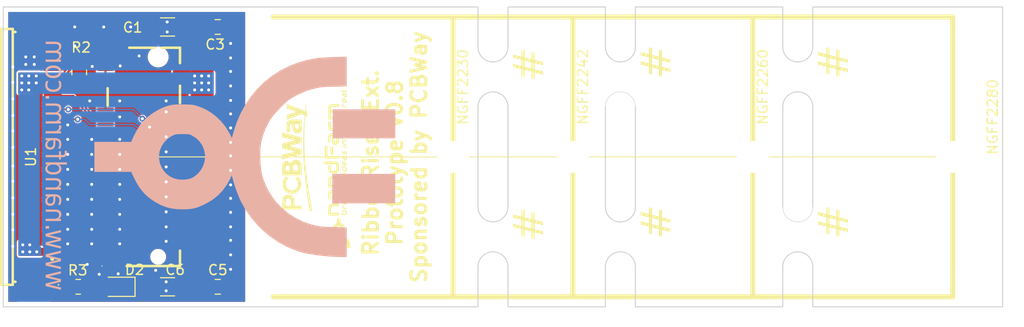
<source format=kicad_pcb>
(kicad_pcb (version 20240108) (generator "pcbnew") (generator_version "8.0")
  (layers (0 "F.Cu" jumper) (1 "In1.Cu" signal) (2 "In2.Cu" signal) (31 "B.Cu" signal) (34 "B.Paste" user) (35 "F.Paste" user) (36 "B.SilkS" user "B.Silkscreen") (37 "F.SilkS" user "F.Silkscreen") (38 "B.Mask" user) (39 "F.Mask" user) (44 "Edge.Cuts" user))
  (net 0 "")
  (net 1 "+3V3")
  (net 2 "GND")
  (net 3 "Net-(D2-A)")
  (net 4 "Net-(D2-K)")
  (net 5 "Net-(CON1-Pad69)")
  (net 7 "PCIe_PCH_CLKREQ#")
  (net 8 "PCIe_PCH_Tx3-")
  (net 9 "PCIe_PCH_Tx3+")
  (net 10 "PCIe_PCH_Tx2+")
  (net 12 "PCIe_PCH_Rx0+")
  (net 13 "PCIe_PCH_Rx1+")
  (net 15 "PCIe_PCH_Tx0-")
  (net 16 "PCIe_PCH_Rx3-")
  (net 19 "PCIe_PCH_REFCLK+")
  (net 20 "PCIe_PCH_Tx1+")
  (net 23 "PCIe_PCH_REFCLK-")
  (net 24 "PCIe_PCH_Tx0+")
  (net 27 "PCIe_PCH_Rx0-")
  (net 28 "PCIe_PCH_Rx1-")
  (net 29 "PCIe_PCH_Rx2+")
  (net 35 "PERST#")
  (net 36 "PCIe_PCH_Rx2-")
  (net 39 "PCIe_PCH_Rx3+")
  (net 41 "PCIe_PCH_Tx1-")
  (net 43 "PCIe_PCH_Tx2-")
  (footprint "MountingHole:MountingHole_3.2mm_M3" (layer "F.Cu") (at 178 73)
    (property "Reference" "H8" (hide yes))
    (property "Value" "MountingHole")
  )
  (footprint "Capacitor_SMD:C_0805_2012Metric_Pad1.18x1.45mm_HandSolder" (layer "F.Cu") (at 104.4625 60)
    (property "Reference" "C3")
    (property "Value" "100n")
  )
  (footprint "MountingHole:MountingHole_3.2mm_M3" (layer "F.Cu") (at 110.1 61)
    (property "Reference" "H2" (hide yes))
    (property "Value" "MountingHole")
  )
  (footprint "LED_SMD:LED_0805_2012Metric" (layer "F.Cu") (at 94.5 86 180)
    (property "Reference" "D2")
    (property "Value" "LED")
  )
  (footprint "Resistor_SMD:R_0805_2012Metric_Pad1.20x1.40mm_HandSolder" (layer "F.Cu") (at 90.6 64.55 -90)
    (property "Reference" "R2")
    (property "Value" "10k")
  )
  (footprint "panelization:mouse-bite-3mm-slot" (layer "F.Cu") (at 132 81 90)
    (property "Reference" "mouse-bite-3mm-slot" (hide yes))
    (property "Value" "VAL**" (hide yes))
  )
  (footprint "Capacitor_SMD:C_1206_3216Metric_Pad1.33x1.80mm_HandSolder" (layer "F.Cu") (at 99.4375 60 180)
    (property "Reference" "C1")
    (property "Value" "47u")
  )
  (footprint "MountingHole:MountingHole_3.2mm_M3" (layer "F.Cu") (at 110.1 85)
    (property "Reference" "H1" (hide yes))
    (property "Value" "MountingHole")
  )
  (footprint "panelization:mouse-bite-3mm-slot" (layer "F.Cu") (at 144.75 65 90)
    (property "Reference" "mouse-bite-3mm-slot" (hide yes))
    (property "Value" "VAL**" (hide yes))
  )
  (footprint "MountingHole:MountingHole_3.2mm_M3" (layer "F.Cu") (at 128 73)
    (property "Reference" "H3" (hide yes))
    (property "Value" "MountingHole")
  )
  (footprint "LCSCimported:Nandfarm_logo_and_text_small" (layer "F.Cu") (at 116.443372 72.988216 90)
    (property "Reference" "G***" (hide yes))
    (property "Value" "LOGO" (hide yes))
  )
  (footprint "panelization:mouse-bite-3mm-slot" (layer "F.Cu") (at 144.75 81 90)
    (property "Reference" "mouse-bite-3mm-slot" (hide yes))
    (property "Value" "VAL**" (hide yes))
  )
  (footprint "MountingHole:MountingHole_3.2mm_M3" (layer "F.Cu") (at 158 73)
    (property "Reference" "H6" (hide yes))
    (property "Value" "MountingHole")
  )
  (footprint "LCSCimported:pcbway_12mm" (layer "F.Cu") (at 112.32 73.07 90)
    (property "Reference" "G***" (hide yes))
    (property "Value" "LOGO" (hide yes))
  )
  (footprint "MountingHole:MountingHole_3.2mm_M3" (layer "F.Cu") (at 180 61)
    (property "Reference" "H7" (hide yes))
    (property "Value" "MountingHole")
  )
  (footprint "MountingHole:MountingHole_3.2mm_M3" (layer "F.Cu") (at 140 73)
    (property "Reference" "H4" (hide yes))
    (property "Value" "MountingHole")
  )
  (footprint "Capacitor_SMD:C_0805_2012Metric_Pad1.18x1.45mm_HandSolder" (layer "F.Cu") (at 104.4625 86)
    (property "Reference" "C5")
    (property "Value" "100n")
  )
  (footprint "Capacitor_SMD:C_1206_3216Metric_Pad1.33x1.80mm_HandSolder" (layer "F.Cu") (at 99.4375 86 180)
    (property "Reference" "C6")
    (property "Value" "47u")
  )
  (footprint "MountingHole:MountingHole_3.2mm_M3" (layer "F.Cu") (at 180 85)
    (property "Reference" "H5" (hide yes))
    (property "Value" "MountingHole")
  )
  (footprint "panelization:mouse-bite-3mm-slot" (layer "F.Cu") (at 162.5 65 90)
    (property "Reference" "mouse-bite-3mm-slot" (hide yes))
    (property "Value" "VAL**" (hide yes))
  )
  (footprint "Resistor_SMD:R_0805_2012Metric_Pad1.20x1.40mm_HandSolder" (layer "F.Cu") (at 90.5 86 180)
    (property "Reference" "R3")
    (property "Value" "220")
  )
  (footprint "panelization:mouse-bite-3mm-slot" (layer "F.Cu") (at 162.5 81 90)
    (property "Reference" "mouse-bite-3mm-slot" (hide yes))
    (property "Value" "VAL**" (hide yes))
  )
  (footprint "importedlibs:FPC-SMD_40P-P0.50_HC-FPC-0.5-40P-CSH20" (layer "F.Cu") (at 87 73 -90)
    (property "Reference" "U1")
    (property "Value" "HC-FPC-0_5-40P-CSH20" (hide yes))
  )
  (footprint "importedlibs:CONN-SMD_APCI0107-P001A" (layer "F.Cu") (at 97 73 90)
    (property "Reference" "CON1")
    (property "Value" "APCI0107-P001A")
  )
  (footprint "panelization:mouse-bite-3mm-slot" (layer "F.Cu") (at 132 65 90)
    (property "Reference" "mouse-bite-3mm-slot" (hide yes))
    (property "Value" "VAL**" (hide yes))
  )
  (footprint "LCSCimported:Nandfarm_logo_small" (layer "B.Cu") (at 107.2 73 90)
    (property "Reference" "G***" (hide yes))
    (property "Value" "LOGO" (hide yes))
  )
  (gr_line (start 97 73) (end 178 73) (stroke (width 0.1)) (layer "F.SilkS"))
  (gr_line (start 140 59) (end 140 87) (stroke (width 0.5)) (layer "F.SilkS"))
  (gr_line (start 110 59) (end 178 59) (stroke (width 0.5)) (layer "F.SilkS"))
  (gr_line (start 178 59) (end 178 87) (stroke (width 0.5)) (layer "F.SilkS"))
  (gr_line (start 110 87) (end 178 87) (stroke (width 0.5)) (layer "F.SilkS"))
  (gr_line (start 128 59) (end 128 87) (stroke (width 0.5)) (layer "F.SilkS"))
  (gr_line (start 158 59) (end 158 87) (stroke (width 0.5)) (layer "F.SilkS"))
  (gr_line (start 161 58) (end 146.25 58) (stroke (width 0.1)) (layer "Edge.Cuts"))
  (gr_line (start 143.25 78.012) (end 143.25 67.988) (stroke (width 0.1)) (layer "Edge.Cuts"))
  (gr_arc (start 146.249999 78.012) (mid 144.75 79.500047) (end 143.250001 78.012) (stroke (width 0.1)) (layer "Edge.Cuts"))
  (gr_arc (start 161.000001 84.024) (mid 162.5 82.499809) (end 163.999999 84.024) (stroke (width 0.1)) (layer "Edge.Cuts"))
  (gr_line (start 161 62) (end 161 58) (stroke (width 0.1)) (layer "Edge.Cuts"))
  (gr_arc (start 130.5 68) (mid 132 66.5) (end 133.5 68) (stroke (width 0.1)) (layer "Edge.Cuts"))
  (gr_arc (start 146.25 62) (mid 144.75 63.5) (end 143.25 62) (stroke (width 0.1)) (layer "Edge.Cuts"))
  (gr_line (start 143.25 58) (end 133.5 58) (stroke (width 0.1)) (layer "Edge.Cuts"))
  (gr_line (start 143.25 62) (end 143.25 58) (stroke (width 0.1)) (layer "Edge.Cuts"))
  (gr_line (start 183 58) (end 164 58) (stroke (width 0.1)) (layer "Edge.Cuts"))
  (gr_line (start 130.5 58) (end 83 58) (stroke (width 0.1)) (layer "Edge.Cuts"))
  (gr_arc (start 161.000001 67.988) (mid 162.5 66.499953) (end 163.999999 67.988) (stroke (width 0.1)) (layer "Edge.Cuts"))
  (gr_line (start 164 62) (end 164 58) (stroke (width 0.1)) (layer "Edge.Cuts"))
  (gr_line (start 130.5 62) (end 130.5 58) (stroke (width 0.1)) (layer "Edge.Cuts"))
  (gr_line (start 146.25 67.988) (end 146.25 78.012) (stroke (width 0.1)) (layer "Edge.Cuts"))
  (gr_line (start 130.5 78.024) (end 130.5 68) (stroke (width 0.1)) (layer "Edge.Cuts"))
  (gr_arc (start 143.250001 84.024) (mid 144.75 82.499809) (end 146.249999 84.024) (stroke (width 0.1)) (layer "Edge.Cuts"))
  (gr_line (start 161 84.024) (end 161 88) (stroke (width 0.1)) (layer "Edge.Cuts"))
  (gr_line (start 146.25 84.024) (end 146.25 88) (stroke (width 0.1)) (layer "Edge.Cuts"))
  (gr_line (start 183 88) (end 183 58) (stroke (width 0.1)) (layer "Edge.Cuts"))
  (gr_line (start 164 84.024) (end 164 88) (stroke (width 0.1)) (layer "Edge.Cuts"))
  (gr_arc (start 163.999999 78.012) (mid 162.5 79.500047) (end 161.000001 78.012) (stroke (width 0.05)) (layer "Edge.Cuts"))
  (gr_line (start 133.5 84.024) (end 133.5 88) (stroke (width 0.1)) (layer "Edge.Cuts"))
  (gr_line (start 133.5 68) (end 133.5 78.024) (stroke (width 0.1)) (layer "Edge.Cuts"))
  (gr_line (start 133.5 88) (end 143.25 88) (stroke (width 0.1)) (layer "Edge.Cuts"))
  (gr_line (start 143.25 84.024) (end 143.25 88) (stroke (width 0.1)) (layer "Edge.Cuts"))
  (gr_arc (start 133.5 62) (mid 132 63.5) (end 130.5 62) (stroke (width 0.1)) (layer "Edge.Cuts"))
  (gr_arc (start 130.500001 84.024) (mid 132 82.499809) (end 133.499999 84.024) (stroke (width 0.1)) (layer "Edge.Cuts"))
  (gr_line (start 146.25 88) (end 161 88) (stroke (width 0.1)) (layer "Edge.Cuts"))
  (gr_arc (start 164 62) (mid 162.5 63.5) (end 161 62) (stroke (width 0.1)) (layer "Edge.Cuts"))
  (gr_line (start 133.5 62) (end 133.5 58) (stroke (width 0.1)) (layer "Edge.Cuts"))
  (gr_line (start 83 88) (end 130.5 88) (stroke (width 0.1)) (layer "Edge.Cuts"))
  (gr_arc (start 133.499999 78.024) (mid 132 79.500191) (end 130.500001 78.024) (stroke (width 0.1)) (layer "Edge.Cuts"))
  (gr_line (start 130.5 84.024) (end 130.5 88) (stroke (width 0.1)) (layer "Edge.Cuts"))
  (gr_line (start 164 88) (end 183 88) (stroke (width 0.1)) (layer "Edge.Cuts"))
  (gr_arc (start 143.250001 67.988) (mid 144.75 66.499953) (end 146.249999 67.988) (stroke (width 0.05)) (layer "Edge.Cuts"))
  (gr_line (start 146.25 62) (end 146.25 58) (stroke (width 0.1)) (layer "Edge.Cuts"))
  (gr_line (start 161 78.012) (end 161 67.988) (stroke (width 0.1)) (layer "Edge.Cuts"))
  (gr_line (start 83 58) (end 83 88) (stroke (width 0.1)) (layer "Edge.Cuts"))
  (gr_line (start 164 67.988) (end 164 78.012) (stroke (width 0.1)) (layer "Edge.Cuts"))
  (gr_text "www.nandfarm.com" (at 86.9 86.4 -90) (layer "B.SilkS") (effects (font (size 2 1.8) (thickness 0.1)) (justify left bottom mirror)))
  (gr_text "#" (at 133.5 62 270) (layer "F.SilkS") (effects (font (size 3 3)) (justify left bottom)))
  (gr_text "#" (at 164 61.75 270) (layer "F.SilkS") (effects (font (size 3 3)) (justify left bottom)))
  (gr_text "NGFF2280" (at 182 69 90) (layer "F.SilkS") (effects (font (size 1 1))))
  (gr_text "NGFF2260" (at 159 66 90) (layer "F.SilkS") (effects (font (size 1 1))))
  (gr_text "#" (at 146.25 77.75 270) (layer "F.SilkS") (effects (font (size 3 3)) (justify left bottom)))
  (gr_text "#" (at 164 77.75 270) (layer "F.SilkS") (effects (font (size 3 3)) (justify left bottom)))
  (gr_text "NGFF2230" (at 129 66 90) (layer "F.SilkS") (effects (font (size 1 1))))
  (gr_text "RibbonRiser Ext. \nPrototype v0.8 \nSponsored by PCBWay" (at 125.48 73.01 90) (layer "F.SilkS") (effects (font (size 1.5 1.5) (thickness 0.3) (bold yes)) (justify bottom)))
  (gr_text "#" (at 146.25 61.75 270) (layer "F.SilkS") (effects (font (size 3 3)) (justify left bottom)))
  (gr_text "NGFF2242" (at 141 66 90) (layer "F.SilkS") (effects (font (size 1 1))))
  (gr_text "#" (at 133.5 78 270) (layer "F.SilkS") (effects (font (size 3 3)) (justify left bottom)))
  (segment (start 87.949962 64.750064) (end 89.249936 64.750064) (width 0.2) (layer "F.Cu") (net 1))
  (segment (start 90.2 63.8) (end 90.56 63.8) (width 0.2) (layer "F.Cu") (net 1))
  (segment (start 89.249936 64.750064) (end 90.2 63.8) (width 0.2) (layer "F.Cu") (net 1))
  (via (at 103.55 64.9) (size 0.6) (drill 0.3) (layers "F.Cu" "B.Cu") (net 1))
  (via (at 86.3 65.6) (size 0.6) (drill 0.3) (layers "F.Cu" "B.Cu") (net 1))
  (via (at 102.15 64.9) (size 0.6) (drill 0.3) (layers "F.Cu" "B.Cu") (net 1))
  (via (at 85.55 66.3) (size 0.6) (drill 0.3) (layers "F.Cu" "B.Cu") (net 1))
  (via (at 102.15 65.6) (size 0.6) (drill 0.3) (layers "F.Cu" "B.Cu") (net 1))
  (via (at 84.95 82.5) (size 0.6) (drill 0.3) (layers "F.Cu" "B.Cu") (net 1))
  (via (at 85.65 81.8) (size 0.6) (drill 0.3) (layers "F.Cu" "B.Cu") (net 1))
  (via (at 85.65 82.5) (size 0.6) (drill 0.3) (layers "F.Cu" "B.Cu") (net 1))
  (via (at 84.85 65.6) (size 0.6) (drill 0.3) (layers "F.Cu" "B.Cu") (net 1))
  (via (at 102.85 64.9) (size 0.6) (drill 0.3) (layers "F.Cu" "B.Cu") (net 1))
  (via (at 86.35 82.5) (size 0.6) (drill 0.3) (layers "F.Cu" "B.Cu") (net 1))
  (via (at 86.3 64.9) (size 0.6) (drill 0.3) (layers "F.Cu" "B.Cu") (net 1))
  (via (at 85.55 64.9) (size 0.6) (drill 0.3) (layers "F.Cu" "B.Cu") (net 1))
  (via (at 103.55 65.6) (size 0.6) (drill 0.3) (layers "F.Cu" "B.Cu") (net 1))
  (via (at 102.15 66.3) (size 0.6) (drill 0.3) (layers "F.Cu" "B.Cu") (net 1))
  (via (at 102.85 65.6) (size 0.6) (drill 0.3) (layers "F.Cu" "B.Cu") (net 1))
  (via (at 85.55 65.6) (size 0.6) (drill 0.3) (layers "F.Cu" "B.Cu") (net 1))
  (via (at 84.85 64.9) (size 0.6) (drill 0.3) (layers "F.Cu" "B.Cu") (net 1))
  (via (at 84.95 81.8) (size 0.6) (drill 0.3) (layers "F.Cu" "B.Cu") (net 1))
  (via (at 102.85 66.3) (size 0.6) (drill 0.3) (layers "F.Cu" "B.Cu") (net 1))
  (via (at 84.85 66.3) (size 0.6) (drill 0.3) (layers "F.Cu" "B.Cu") (net 1))
  (via (at 103.55 66.3) (size 0.6) (drill 0.3) (layers "F.Cu" "B.Cu") (net 1))
  (via (at 94.65 81.7) (size 0.6) (drill 0.3) (layers "F.Cu" "B.Cu") (net 2))
  (via (at 91.85 74.25) (size 0.6) (drill 0.3) (layers "F.Cu" "B.Cu") (net 2))
  (via (at 83.95 72.05) (size 0.6) (drill 0.3) (layers "F.Cu" "B.Cu") (net 2))
  (via (at 105.75 81.35) (size 0.6) (drill 0.3) (layers "F.Cu" "B.Cu") (net 2))
  (via (at 91.85 72.75) (size 0.6) (drill 0.3) (layers "F.Cu" "B.Cu") (net 2))
  (via (at 105.75 74.35) (size 0.6) (drill 0.3) (layers "F.Cu" "B.Cu") (net 2))
  (via (at 91.85 77.25) (size 0.6) (drill 0.3) (layers "F.Cu" "B.Cu") (net 2))
  (via (at 89.45 75.75) (size 0.6) (drill 0.3) (layers "F.Cu" "B.Cu") (net 2))
  (via (at 105.75 64.45) (size 0.6) (drill 0.3) (layers "F.Cu" "B.Cu") (net 2))
  (via (at 99.3 68.5) (size 0.6) (drill 0.3) (layers "F.Cu" "B.Cu") (net 2))
  (via (at 83.95 65.55) (size 0.6) (drill 0.3) (layers "F.Cu" "B.Cu") (net 2))
  (via (at 91.85 71.25) (size 0.6) (drill 0.3) (layers "F.Cu" "B.Cu") (net 2))
  (via (at 99.3 81.45) (size 0.6) (drill 0.3) (layers "F.Cu" "B.Cu") (net 2))
  (via (at 99.3 67.4) (size 0.6) (drill 0.3) (layers "F.Cu" "B.Cu") (net 2))
  (via (at 83.95 68.85) (size 0.6) (drill 0.3) (layers "F.Cu" "B.Cu") (net 2))
  (via (at 99.4 59.5) (size 0.6) (drill 0.3) (layers "F.Cu" "B.Cu") (net 2))
  (via (at 89.45 72.75) (size 0.6) (drill 0.3) (layers "F.Cu" "B.Cu") (net 2))
  (via (at 98.25 84.35) (size 0.6) (drill 0.3) (layers "F.Cu" "B.Cu") (net 2))
  (via (at 83.95 80.3) (size 0.6) (drill 0.3) (layers "F.Cu" "B.Cu") (net 2))
  (via (at 83.95 70.4) (size 0.6) (drill 0.3) (layers "F.Cu" "B.Cu") (net 2))
  (via (at 91.9 63.95) (size 0.6) (drill 0.3) (layers "F.Cu" "B.Cu") (net 2))
  (via (at 89.45 77.25) (size 0.6) (drill 0.3) (layers "F.Cu" "B.Cu") (net 2))
  (via (at 89.45 78.75) (size 0.6) (drill 0.3) (layers "F.Cu" "B.Cu") (net 2))
  (via (at 83.95 77.1) (size 0.6) (drill 0.3) (layers "F.Cu" "B.Cu") (net 2))
  (via (at 105.75 61.65) (size 0.6) (drill 0.3) (layers "F.Cu" "B.Cu") (net 2))
  (via (at 99.3 72.5) (size 0.6) (drill 0.3) (layers "F.Cu" "B.Cu") (net 2))
  (via (at 83.95 75.45) (size 0.6) (drill 0.3) (layers "F.Cu" "B.Cu") (net 2))
  (via (at 83.95 73.9) (size 0.6) (drill 0.3) (layers "F.Cu" "B.Cu") (net 2))
  (via (at 94.65 72.75) (size 0.6) (drill 0.3) (layers "F.Cu" "B.Cu") (net 2))
  (via (at 105.75 77.15) (size 0.6) (drill 0.3) (layers "F.Cu" "B.Cu") (net 2))
  (via (at 95.75 60) (size 0.6) (drill 0.3) (layers "F.Cu" "B.Cu") (net 2))
  (via (at 91.65 67.4) (size 0.6) (drill 0.3) (layers "F.Cu" "B.Cu") (net 2))
  (via (at 83.95 64) (size 0.6) (drill 0.3) (layers "F.Cu" "B.Cu") (net 2))
  (via (at 99.3 78.5) (size 0.6) (drill 0.3) (layers "F.Cu" "B.Cu") (net 2))
  (via (at 99.3 86.4) (size 0.6) (drill 0.3) (layers "F.Cu" "B.Cu") (net 2))
  (via (at 90.15 61.9) (size 0.6) (drill 0.3) (layers "F.Cu" "B.Cu") (net 2))
  (via (at 105.75 80) (size 0.6) (drill 0.3) (layers "F.Cu" "B.Cu") (net 2))
  (via (at 83.95 67.2) (size 0.6) (drill 0.3) (layers "F.Cu" "B.Cu") (net 2))
  (via (at 105.75 78.55) (size 0.6) (drill 0.3) (layers "F.Cu" "B.Cu") (net 2))
  (via (at 89.45 80.25) (size 0.6) (drill 0.3) (layers "F.Cu" "B.Cu") (net 2))
  (via (at 105.75 65.9) (size 0.6) (drill 0.3) (layers "F.Cu" "B.Cu") (net 2))
  (via (at 86.1 63.75) (size 0.6) (drill 0.3) (layers "F.Cu" "B.Cu") (net 2))
  (via (at 85.25 63) (size 0.6) (drill 0.3) (layers "F.Cu" "B.Cu") (net 2))
  (via (at 105.75 70.1) (size 0.6) (drill 0.3) (layers "F.Cu" "B.Cu") (net 2))
  (via (at 91.85 78.75) (size 0.6) (drill 0.3) (layers "F.Cu" "B.Cu") (net 2))
  (via (at 89.45 81.7) (size 0.6) (drill 0.3) (layers "F.Cu" "B.Cu") (net 2))
  (via (at 94.65 77.25) (size 0.6) (drill 0.3) (layers "F.Cu" "B.Cu") (net 2))
  (via (at 94.5 84.7) (size 0.6) (drill 0.3) (layers "F.Cu" "B.Cu") (net 2))
  (via (at 89.45 74.25) (size 0.6) (drill 0.3) (layers "F.Cu" "B.Cu") (net 2))
  (via (at 105.75 63.1) (size 0.6) (drill 0.3) (layers "F.Cu" "B.Cu") (net 2))
  (via (at 99.3 80) (size 0.6) (drill 0.3) (layers "F.Cu" "B.Cu") (net 2))
  (via (at 99.3 75.5) (size 0.6) (drill 0.3) (layers "F.Cu" "B.Cu") (net 2))
  (via (at 93.05 60) (size 0.6) (drill 0.3) (layers "F.Cu" "B.Cu") (net 2))
  (via (at 99.4 60.5) (size 0.6) (drill 0.3) (layers "F.Cu" "B.Cu") (net 2))
  (via (at 94.65 75.75) (size 0.6) (drill 0.3) (layers "F.Cu" "B.Cu") (net 2))
  (via (at 91.4 83.75) (size 0.6) (drill 0.3) (layers "F.Cu" "B.Cu") (net 2))
  (via (at 99.3 71) (size 0.6) (drill 0.3) (layers "F.Cu" "B.Cu") (net 2))
  (via (at 94.65 69) (size 0.6) (drill 0.3) (layers "F.Cu" "B.Cu") (net 2))
  (via (at 94.65 78.75) (size 0.6) (drill 0.3) (layers "F.Cu" "B.Cu") (net 2))
  (via (at 83.95 78.75) (size 0.6) (drill 0.3) (layers "F.Cu" "B.Cu") (net 2))
  (via (at 99.3 85.5) (size 0.6) (drill 0.3) (layers "F.Cu" "B.Cu") (net 2))
  (via (at 89.45 71.25) (size 0.6) (drill 0.3) (layers "F.Cu" "B.Cu") (net 2))
  (via (at 105.75 67.35) (size 0.6) (drill 0.3) (layers "F.Cu" "B.Cu") (net 2))
  (via (at 105.75 71.55) (size 0.6) (drill 0.3) (layers "F.Cu" "B.Cu") (net 2))
  (via (at 91.85 75.75) (size 0.6) (drill 0.3) (layers "F.Cu" "B.Cu") (net 2))
  (via (at 105.75 84.25) (size 0.6) (drill 0.3) (layers "F.Cu" "B.Cu") (net 2))
  (via (at 83.95 81.95) (size 0.6) (drill 0.3) (layers "F.Cu" "B.Cu") (net 2))
  (via (at 94.65 71.25) (size 0.6) (drill 0.3) (layers "F.Cu" "B.Cu") (net 2))
  (via (at 92.6 84.75) (size 0.6) (drill 0.3) (layers "F.Cu" "B.Cu") (net 2))
  (via (at 94.7 63.9) (size 0.6) (drill 0.3) (layers "F.Cu" "B.Cu") (net 2))
  (via (at 96.6 62.9) (size 0.6) (drill 0.3) (layers "F.Cu" "B.Cu") (net 2))
  (via (at 105.75 68.7) (size 0.6) (drill 0.3) (layers "F.Cu" "B.Cu") (net 2))
  (via (at 91.85 81.7) (size 0.6) (drill 0.3) (layers "F.Cu" "B.Cu") (net 2))
  (via (at 94.65 67.4) (size 0.6) (drill 0.3) (layers "F.Cu" "B.Cu") (net 2))
  (via (at 105.75 75.8) (size 0.6) (drill 0.3) (layers "F.Cu" "B.Cu") (net 2))
  (via (at 105.75 72.9) (size 0.6) (drill 0.3) (layers "F.Cu" "B.Cu") (net 2))
  (via (at 94.65 80.25) (size 0.6) (drill 0.3) (layers "F.Cu" "B.Cu") (net 2))
  (via (at 91.85 80.25) (size 0.6) (drill 0.3) (layers "F.Cu" "B.Cu") (net 2))
  (via (at 99.3 74) (size 0.6) (drill 0.3) (layers "F.Cu" "B.Cu") (net 2))
  (via (at 94.65 74.25) (size 0.6) (drill 0.3) (layers "F.Cu" "B.Cu") (net 2))
  (via (at 99.3 77) (size 0.6) (drill 0.3) (layers "F.Cu" "B.Cu") (net 2))
  (via (at 105.75 82.8) (size 0.6) (drill 0.3) (layers "F.Cu" "B.Cu") (net 2))
  (via (at 86.1 63) (size 0.6) (drill 0.3) (layers "F.Cu" "B.Cu") (net 2))
  (via (at 90.15 60) (size 0.6) (drill 0.3) (layers "F.Cu" "B.Cu") (net 2))
  (via (at 89.45 69.8) (size 0.6) (drill 0.3) (layers "F.Cu" "B.Cu") (net 2))
  (via (at 85.25 63.75) (size 0.6) (drill 0.3) (layers "F.Cu" "B.Cu") (net 2))
  (segment (start 91.5 86) (end 93.5625 86) (width 0.3) (layer "F.Cu") (net 3))
  (segment (start 96.45 83.299823) (end 96.45 85.75) (width 0.2) (layer "F.Cu") (net 4))
  (segment (start 100.774956 80) (end 99.749823 80) (width 0.2) (layer "F.Cu") (net 4))
  (segment (start 96.2 86) (end 95.4375 86) (width 0.2) (layer "F.Cu") (net 4))
  (segment (start 96.45 85.75) (end 96.2 86) (width 0.2) (layer "F.Cu") (net 4))
  (segment (start 99.749823 80) (end 96.45 83.299823) (width 0.2) (layer "F.Cu") (net 4))
  (segment (start 91.110064 65.249936) (end 90.56 65.8) (width 0.2) (layer "F.Cu") (net 5))
  (segment (start 93.225044 65.249936) (end 91.110064 65.249936) (width 0.2) (layer "F.Cu") (net 5))
  (segment (start 99.75 69.25) (end 99.68 69.18) (width 0.158) (layer "F.Cu") (net 7))
  (segment (start 99.75 69.25) (end 99.999873 69.499873) (width 0.158) (layer "F.Cu") (net 7))
  (segment (start 99.68 69.18) (end 96.92 69.18) (width 0.158) (layer "F.Cu") (net 7))
  (segment (start 89.51 68.249936) (end 87.949962 68.249936) (width 0.158) (layer "F.Cu") (net 7))
  (segment (start 99.999873 69.499873) (end 100.774956 69.499873) (width 0.158) (layer "F.Cu") (net 7))
  (via (at 89.51 68.249936) (size 0.6) (drill 0.3) (layers "F.Cu" "B.Cu") (net 7))
  (via (at 96.92 69.18) (size 0.6) (drill 0.3) (layers "F.Cu" "B.Cu") (net 7))
  (segment (start 95.989936 68.249936) (end 89.51 68.249936) (width 0.158) (layer "B.Cu") (net 7))
  (segment (start 96.92 69.18) (end 95.989936 68.249936) (width 0.158) (layer "B.Cu") (net 7))
  (segment (start 92.600038 79.750064) (end 93.225044 79.750064) (width 0.158) (layer "F.Cu") (net 8))
  (segment (start 88.699962 79.750064) (end 88.820226 79.6298) (width 0.158) (layer "F.Cu") (net 8))
  (segment (start 88.820226 79.6298) (end 92.479774 79.6298) (width 0.158) (layer "F.Cu") (net 8))
  (segment (start 92.479774 79.6298) (end 92.600038 79.750064) (width 0.158) (layer "F.Cu") (net 8))
  (segment (start 87.949962 79.750064) (end 88.699962 79.750064) (width 0.158) (layer "F.Cu") (net 8))
  (segment (start 88.699962 79.249936) (end 88.820226 79.3702) (width 0.158) (layer "F.Cu") (net 9))
  (segment (start 92.479774 79.3702) (end 92.600038 79.249936) (width 0.158) (layer "F.Cu") (net 9))
  (segment (start 88.820226 79.3702) (end 92.479774 79.3702) (width 0.158) (layer "F.Cu") (net 9))
  (segment (start 92.600038 79.249936) (end 93.225044 79.249936) (width 0.158) (layer "F.Cu") (net 9))
  (segment (start 87.949962 79.249936) (end 88.699962 79.249936) (width 0.158) (layer "F.Cu") (net 9))
  (segment (start 88.699962 76.249936) (end 88.820226 76.3702) (width 0.158) (layer "F.Cu") (net 10))
  (segment (start 88.820226 76.3702) (end 92.479774 76.3702) (width 0.158) (layer "F.Cu") (net 10))
  (segment (start 92.479774 76.3702) (end 92.600038 76.249936) (width 0.158) (layer "F.Cu") (net 10))
  (segment (start 87.949962 76.249936) (end 88.699962 76.249936) (width 0.158) (layer "F.Cu") (net 10))
  (segment (start 92.600038 76.249936) (end 93.225044 76.249936) (width 0.158) (layer "F.Cu") (net 10))
  (segment (start 88.699962 71.750064) (end 88.820098 71.8702) (width 0.158) (layer "F.Cu") (net 12))
  (segment (start 92.600038 71.750064) (end 93.225044 71.750064) (width 0.158) (layer "F.Cu") (net 12))
  (segment (start 87.949962 71.750064) (end 88.699962 71.750064) (width 0.158) (layer "F.Cu") (net 12))
  (segment (start 88.820098 71.8702) (end 92.479902 71.8702) (width 0.158) (layer "F.Cu") (net 12))
  (segment (start 92.479902 71.8702) (end 92.600038 71.750064) (width 0.158) (layer "F.Cu") (net 12))
  (segment (start 92.479902 74.8702) (end 92.600038 74.750064) (width 0.158) (layer "F.Cu") (net 13))
  (segment (start 88.699962 74.750064) (end 88.820098 74.8702) (width 0.158) (layer "F.Cu") (net 13))
  (segment (start 87.949962 74.750064) (end 88.699962 74.750064) (width 0.158) (layer "F.Cu") (net 13))
  (segment (start 92.600038 74.750064) (end 93.225044 74.750064) (width 0.158) (layer "F.Cu") (net 13))
  (segment (start 88.820098 74.8702) (end 92.479902 74.8702) (width 0.158) (layer "F.Cu") (net 13))
  (segment (start 87.949962 70.750064) (end 88.699962 70.750064) (width 0.158) (layer "F.Cu") (net 15))
  (segment (start 88.820226 70.6298) (end 92.479774 70.6298) (width 0.158) (layer "F.Cu") (net 15))
  (segment (start 92.600038 70.750064) (end 93.225044 70.750064) (width 0.158) (layer "F.Cu") (net 15))
  (segment (start 88.699962 70.750064) (end 88.820226 70.6298) (width 0.158) (layer "F.Cu") (net 15))
  (segment (start 92.479774 70.6298) (end 92.600038 70.750064) (width 0.158) (layer "F.Cu") (net 15))
  (segment (start 88.820098 81.1298) (end 92.479902 81.1298) (width 0.158) (layer "F.Cu") (net 16))
  (segment (start 87.949962 81.249936) (end 88.699962 81.249936) (width 0.158) (layer "F.Cu") (net 16))
  (segment (start 92.479902 81.1298) (end 92.600038 81.249936) (width 0.158) (layer "F.Cu") (net 16))
  (segment (start 92.600038 81.249936) (end 93.225044 81.249936) (width 0.158) (layer "F.Cu") (net 16))
  (segment (start 88.699962 81.249936) (end 88.820098 81.1298) (width 0.158) (layer "F.Cu") (net 16))
  (segment (start 87.949962 66.750064) (end 88.699962 66.750064) (width 0.158) (layer "F.Cu") (net 19))
  (segment (start 88.820098 66.8702) (end 90.033766 66.8702) (width 0.158) (layer "F.Cu") (net 19))
  (segment (start 88.699962 66.750064) (end 88.820098 66.8702) (width 0.158) (layer "F.Cu") (net 19))
  (segment (start 92.033766 68.8702) (end 92.479902 68.8702) (width 0.158) (layer "F.Cu") (net 19))
  (segment (start 90.033766 66.8702) (end 92.033766 68.8702) (width 0.158) (layer "F.Cu") (net 19))
  (segment (start 92.479902 68.8702) (end 92.600038 68.750064) (width 0.158) (layer "F.Cu") (net 19))
  (segment (start 92.600038 68.750064) (end 93.225044 68.750064) (width 0.158) (layer "F.Cu") (net 19))
  (segment (start 88.699962 73.249936) (end 88.820226 73.3702) (width 0.158) (layer "F.Cu") (net 20))
  (segment (start 88.820226 73.3702) (end 92.479774 73.3702) (width 0.158) (layer "F.Cu") (net 20))
  (segment (start 92.479774 73.3702) (end 92.600038 73.249936) (width 0.158) (layer "F.Cu") (net 20))
  (segment (start 87.949962 73.249936) (end 88.699962 73.249936) (width 0.158) (layer "F.Cu") (net 20))
  (segment (start 92.600038 73.249936) (end 93.225044 73.249936) (width 0.158) (layer "F.Cu") (net 20))
  (segment (start 87.949962 67.249936) (end 88.699962 67.249936) (width 0.158) (layer "F.Cu") (net 23))
  (segment (start 91.926234 69.1298) (end 92.479902 69.1298) (width 0.158) (layer "F.Cu") (net 23))
  (segment (start 88.820098 67.1298) (end 89.926234 67.1298) (width 0.158) (layer "F.Cu") (net 23))
  (segment (start 92.600038 69.249936) (end 93.225044 69.249936) (width 0.158) (layer "F.Cu") (net 23))
  (segment (start 92.479902 69.1298) (end 92.600038 69.249936) (width 0.158) (layer "F.Cu") (net 23))
  (segment (start 89.926234 67.1298) (end 91.926234 69.1298) (width 0.158) (layer "F.Cu") (net 23))
  (segment (start 88.699962 67.249936) (end 88.820098 67.1298) (width 0.158) (layer "F.Cu") (net 23))
  (segment (start 92.479774 70.3702) (end 92.600038 70.249936) (width 0.158) (layer "F.Cu") (net 24))
  (segment (start 92.600038 70.249936) (end 93.225044 70.249936) (width 0.158) (layer "F.Cu") (net 24))
  (segment (start 88.699962 70.249936) (end 88.820226 70.3702) (width 0.158) (layer "F.Cu") (net 24))
  (segment (start 87.949962 70.249936) (end 88.699962 70.249936) (width 0.158) (layer "F.Cu") (net 24))
  (segment (start 88.820226 70.3702) (end 92.479774 70.3702) (width 0.158) (layer "F.Cu") (net 24))
  (segment (start 92.479902 72.1298) (end 92.600038 72.249936) (width 0.158) (layer "F.Cu") (net 27))
  (segment (start 87.949962 72.249936) (end 88.699962 72.249936) (width 0.158) (layer "F.Cu") (net 27))
  (segment (start 92.600038 72.249936) (end 93.225044 72.249936) (width 0.158) (layer "F.Cu") (net 27))
  (segment (start 88.820098 72.1298) (end 92.479902 72.1298) (width 0.158) (layer "F.Cu") (net 27))
  (segment (start 88.699962 72.249936) (end 88.820098 72.1298) (width 0.158) (layer "F.Cu") (net 27))
  (segment (start 92.479902 75.1298) (end 92.600038 75.249936) (width 0.158) (layer "F.Cu") (net 28))
  (segment (start 87.949962 75.249936) (end 88.699962 75.249936) (width 0.158) (layer "F.Cu") (net 28))
  (segment (start 92.600038 75.249936) (end 93.225044 75.249936) (width 0.158) (layer "F.Cu") (net 28))
  (segment (start 88.820098 75.1298) (end 92.479902 75.1298) (width 0.158) (layer "F.Cu") (net 28))
  (segment (start 88.699962 75.249936) (end 88.820098 75.1298) (width 0.158) (layer "F.Cu") (net 28))
  (segment (start 88.699962 77.750064) (end 88.820098 77.8702) (width 0.158) (layer "F.Cu") (net 29))
  (segment (start 88.820098 77.8702) (end 92.479902 77.8702) (width 0.158) (layer "F.Cu") (net 29))
  (segment (start 92.600038 77.750064) (end 93.225044 77.750064) (width 0.158) (layer "F.Cu") (net 29))
  (segment (start 87.949962 77.750064) (end 88.699962 77.750064) (width 0.158) (layer "F.Cu") (net 29))
  (segment (start 92.479902 77.8702) (end 92.600038 77.750064) (width 0.158) (layer "F.Cu") (net 29))
  (segment (start 89.69 69.26) (end 89.71 69.24) (width 0.158) (layer "F.Cu") (net 35))
  (segment (start 89.71 69.24) (end 90.45 69.24) (width 0.158) (layer "F.Cu") (net 35))
  (segment (start 97.66 70) (end 97.64 70.02) (width 0.158) (layer "F.Cu") (net 35))
  (segment (start 90.440064 69.249936) (end 90.45 69.24) (width 0.158) (layer "F.Cu") (net 35))
  (segment (start 100.774956 70) (end 97.66 70) (width 0.158) (layer "F.Cu") (net 35))
  (segment (start 87.949962 69.249936) (end 90.440064 69.249936) (width 0.158) (layer "F.Cu") (net 35))
  (via (at 97.64 70.02) (size 0.6) (drill 0.3) (layers "F.Cu" "B.Cu") (net 35))
  (via (at 90.45 69.24) (size 0.6) (drill 0.3) (layers "F.Cu" "B.Cu") (net 35))
  (segment (start 90.45 69.24) (end 91.16 69.24) (width 0.158) (layer "B.Cu") (net 35))
  (segment (start 91.68 69.76) (end 96.06 69.76) (width 0.158) (layer "B.Cu") (net 35))
  (segment (start 91.16 69.24) (end 91.68 69.76) (width 0.158) (layer "B.Cu") (net 35))
  (segment (start 96.32 70.02) (end 97.64 70.02) (width 0.158) (layer "B.Cu") (net 35))
  (segment (start 96.06 69.76) (end 96.32 70.02) (width 0.158) (layer "B.Cu") (net 35))
  (segment (start 88.699962 78.249936) (end 88.820098 78.1298) (width 0.158) (layer "F.Cu") (net 36))
  (segment (start 88.820098 78.1298) (end 92.479902 78.1298) (width 0.158) (layer "F.Cu") (net 36))
  (segment (start 87.949962 78.249936) (end 88.699962 78.249936) (width 0.158) (layer "F.Cu") (net 36))
  (segment (start 92.600038 78.249936) (end 93.225044 78.249936) (width 0.158) (layer "F.Cu") (net 36))
  (segment (start 92.479902 78.1298) (end 92.600038 78.249936) (width 0.158) (layer "F.Cu") (net 36))
  (segment (start 88.699962 80.750064) (end 88.820098 80.8702) (width 0.158) (layer "F.Cu") (net 39))
  (segment (start 87.949962 80.750064) (end 88.699962 80.750064) (width 0.158) (layer "F.Cu") (net 39))
  (segment (start 92.600038 80.750064) (end 93.225044 80.750064) (width 0.158) (layer "F.Cu") (net 39))
  (segment (start 88.820098 80.8702) (end 92.479902 80.8702) (width 0.158) (layer "F.Cu") (net 39))
  (segment (start 92.479902 80.8702) (end 92.600038 80.750064) (width 0.158) (layer "F.Cu") (net 39))
  (segment (start 88.699962 73.750064) (end 88.820226 73.6298) (width 0.158) (layer "F.Cu") (net 41))
  (segment (start 92.600038 73.750064) (end 93.225044 73.750064) (width 0.158) (layer "F.Cu") (net 41))
  (segment (start 87.949962 73.750064) (end 88.699962 73.750064) (width 0.158) (layer "F.Cu") (net 41))
  (segment (start 88.820226 73.6298) (end 92.479774 73.6298) (width 0.158) (layer "F.Cu") (net 41))
  (segment (start 92.479774 73.6298) (end 92.600038 73.750064) (width 0.158) (layer "F.Cu") (net 41))
  (segment (start 87.949962 76.750064) (end 88.699962 76.750064) (width 0.158) (layer "F.Cu") (net 43))
  (segment (start 88.820226 76.6298) (end 92.479774 76.6298) (width 0.158) (layer "F.Cu") (net 43))
  (segment (start 88.699962 76.750064) (end 88.820226 76.6298) (width 0.158) (layer "F.Cu") (net 43))
  (segment (start 92.479774 76.6298) (end 92.600038 76.750064) (width 0.158) (layer "F.Cu") (net 43))
  (segment (start 92.600038 76.750064) (end 93.225044 76.750064) (width 0.158) (layer "F.Cu") (net 43))
  (zone (net 1) (net_name "+3V3") (layer "F.Cu") (priority 6) (connect_pads yes (clearance 0.2)) (min_thickness 0.2) (fill yes (thermal_gap 0.2) (thermal_bridge_width 0.2) (island_removal_mode 1) (island_area_min 10))
    (polygon (pts (xy 88.85 64.6) (xy 86.75 64.6) (xy 86.65 64.55) (xy 84.5 64.55) (xy 84.5 66.65) (xy 85.8 66.65) (xy 86.65 65.9) (xy 88.85 65.9)))
  )
  (zone (net 1) (net_name "+3V3") (layer "F.Cu") (priority 4) (connect_pads yes (clearance 0.2)) (min_thickness 0.2) (fill yes (thermal_gap 0.2) (thermal_bridge_width 0.2) (island_removal_mode 1) (island_area_min 10))
    (polygon (pts (xy 100 77.85) (xy 104.05 77.85) (xy 104.05 85.4) (xy 101.55 85.4) (xy 101.55 81.35) (xy 101.8 81.35) (xy 101.8 79.65) (xy 100 79.65)))
  )
  (zone (net 1) (net_name "+3V3") (layer "F.Cu") (priority 5) (connect_pads yes (clearance 0.2)) (min_thickness 0.2) (fill yes (thermal_gap 0.2) (thermal_bridge_width 0.2) (island_removal_mode 1) (island_area_min 10))
    (polygon (pts (xy 101.75 78.1) (xy 101.75 60.8) (xy 104.05 60.8) (xy 104.05 78.1)))
  )
  (zone (net 1) (net_name "+3V3") (layer "F.Cu") (priority 2) (connect_pads yes (clearance 0.2)) (min_thickness 0.2) (fill yes (thermal_gap 0.2) (thermal_bridge_width 0.2))
    (polygon (pts (xy 100.3 63.8) (xy 100 63.8) (xy 100 65.15) (xy 102.3 65.15) (xy 102.3 60.9) (xy 104 60.9) (xy 104 59.1) (xy 100.3 59.1)))
  )
  (zone (net 1) (net_name "+3V3") (layer "F.Cu") (priority 3) (connect_pads yes (clearance 0.2)) (min_thickness 0.2) (fill yes (thermal_gap 0.2) (thermal_bridge_width 0.2) (island_removal_mode 1) (island_area_min 10))
    (polygon (pts (xy 104.1 86.9) (xy 104.1 85.2) (xy 101.9 85.2) (xy 101.9 81.35) (xy 100 81.35) (xy 100 86.9)))
  )
  (zone (net 1) (net_name "+3V3") (layer "F.Cu") (priority 1) (connect_pads yes (clearance 0.2)) (min_thickness 0.2) (fill yes (thermal_gap 0.2) (thermal_bridge_width 0.2))
    (polygon (pts (xy 84.55 81.45) (xy 86.2 81.45) (xy 86.2 82.1) (xy 90.1 82.1) (xy 90.1 86.7) (xy 88.9 86.7) (xy 88.9 82.9) (xy 84.55 82.9)))
  )
  (zone (net 2) (net_name "GND") (layers "F.Cu" "In1.Cu" "In2.Cu" "B.Cu") (connect_pads (clearance 0.1)) (min_thickness 0.08) (fill yes (thermal_gap 0.2) (thermal_bridge_width 0.2))
    (polygon (pts (xy 83 58) (xy 107.2 58) (xy 107.2 88) (xy 83 88)))
  )
  (zone (net 1) (net_name "+3V3") (layer "B.Cu") (priority 8) (connect_pads yes (clearance 0.2)) (min_thickness 0.2) (fill yes (thermal_gap 0.2) (thermal_bridge_width 0.2) (island_removal_mode 1) (island_area_min 10))
    (polygon (pts (xy 84.5 64.55) (xy 104.05 64.55) (xy 104.05 66.7) (xy 84.5 66.7)))
  )
  (zone (net 1) (net_name "+3V3") (layer "B.Cu") (priority 7) (connect_pads yes (clearance 0.2)) (min_thickness 0.2) (fill yes (thermal_gap 0.2) (thermal_bridge_width 0.2) (island_removal_mode 1) (island_area_min 10))
    (polygon (pts (xy 84.5 64.55) (xy 86.65 64.55) (xy 86.65 81.85) (xy 86.8 82.1) (xy 86.8 82.9) (xy 84.5 82.9) (xy 84.5 82.1) (xy 84.5 81.9)))
  )
)
</source>
